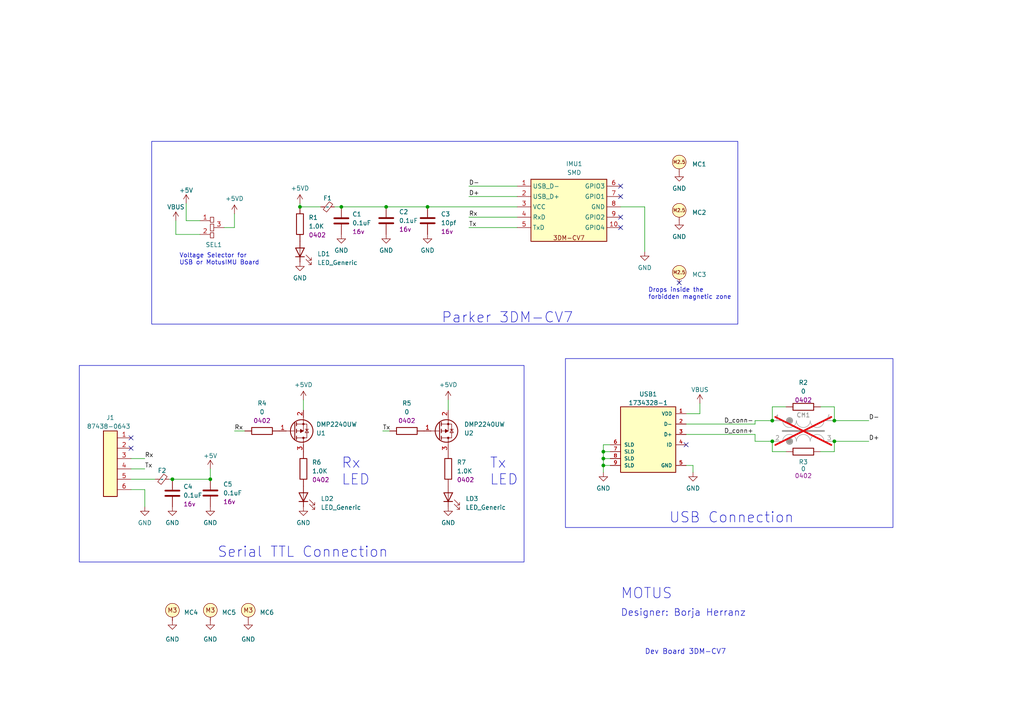
<source format=kicad_sch>
(kicad_sch (version 20230121) (generator eeschema)
  (paper "A4")
  (lib_symbols
    (symbol "DMP2240UW-7_1" (pin_names hide)
      (property "Reference" "U" (at 0 13 0))
      (property "Value" "DMP2240UW" (at 7 -6 0))
      (symbol "DMP2240UW-7_1_0_1"
        (circle (center -0.5 0) (radius 3.269) (stroke (width 0.254)))
        (circle (center 0 -2) (radius 0.2553) (fill (type outline)))
        (polyline (pts (xy -2.666 0) (xy -5 0)))
        (polyline (pts (xy -2.5 2.5) (xy -2.5 -2.5)) (stroke (width 0.254)))
        (polyline (pts (xy -2 -1.5) (xy -2 -2.5)) (stroke (width 0.254)))
        (polyline (pts (xy -2 0.5) (xy -2 -0.516)) (stroke (width 0.254)))
        (polyline (pts (xy -2 2.5) (xy -2 1.5)) (stroke (width 0.254)))
        (polyline (pts (xy 0 -4) (xy 0 -2)))
        (polyline (pts (xy 0 2) (xy 0 4)))
        (polyline (pts (xy 0 -2) (xy 0 0) (xy -2 0)))
        (polyline (pts (xy -2 2) (xy 1 2) (xy 1 -2) (xy -2 -2)))
        (polyline (pts (xy 0 0) (xy -0.866 0.5) (xy -0.866 -0.5) (xy 0 0)) (fill (type outline)))
        (polyline (pts (xy 1 -0.5) (xy 1.5 0.5) (xy 0.5 0.5) (xy 1 -0.5)))
        (polyline (pts (xy 1.5 -0.5) (xy 1.5 -0.5) (xy 0.5 -0.5) (xy 0.5 -0.5)))
        (circle (center 0 2) (radius 0.2553) (fill (type outline)))
      )
      (symbol "DMP2240UW-7_1_1_1"
        (pin passive line (at -7 0 0) (length 2) (name "G") (number "1"))
        (pin passive line (at 0 -6 90) (length 2) (name "S") (number "2"))
        (pin passive line (at 0 6 270) (length 2) (name "D") (number "3"))
      )
    )
    (symbol "Herranz - Capacitor (0402):Gen_C" (pin_numbers hide) (pin_names (offset 0) hide)
      (property "Reference" "C" (at 4 -7 0))
      (property "Value" "Gen_C" (at 6 -5 0))
      (property "Voltage" "Voltage" (at 7 -9 0))
      (symbol "Gen_C_0_1"
        (polyline (pts (xy -2 -6.75) (xy 2.064 -6.75)) (stroke (width 0.508)))
        (polyline (pts (xy -2 -5.25) (xy 2.064 -5.25)) (stroke (width 0.508)))
      )
      (symbol "Gen_C_1_1"
        (pin passive line (at 0 -2 270) (length 3) (name "~") (number "1"))
        (pin passive line (at 0 -10 90) (length 3) (name "~") (number "2"))
      )
    )
    (symbol "Herranz - Capacitor (0805):Gen_C" (pin_numbers hide) (pin_names (offset 0) hide)
      (property "Reference" "C" (at 4 -4 0))
      (property "Value" "Gen_C" (at 6 -2 0))
      (property "Voltage" "Voltage" (at 7 -6 0))
      (symbol "Gen_C_0_1"
        (polyline (pts (xy -2.032 -4.826) (xy 2.032 -4.826)) (stroke (width 0.508)))
        (polyline (pts (xy -2.032 -3.302) (xy 2.032 -3.302)) (stroke (width 0.508)))
      )
      (symbol "Gen_C_1_1"
        (pin passive line (at 0 0 270) (length 3) (name "~") (number "1"))
        (pin passive line (at 0 -8 90) (length 3) (name "~") (number "2"))
      )
    )
    (symbol "Herranz - Conn Molex:Molex_picoSPOX_87438-3.5A_1x6_P1.5mm_Horizontal" (pin_names hide)
      (property "Reference" "J" (at 0 0 0))
      (property "Value" "87438-0643 " (at 0 0 0))
      (symbol "Molex_picoSPOX_87438-3.5A_1x6_P1.5mm_Horizontal_1_1"
        (rectangle (start -2 -1) (end 2 -20) (stroke (width 0.254)) (fill (type background)))
        (pin passive line (at -6 -3 0) (length 4) (name "Pin_1") (number "1"))
        (pin passive line (at -6 -6 0) (length 4) (name "Pin_2") (number "2"))
        (pin passive line (at -6 -9 0) (length 4) (name "Pin_3") (number "3"))
        (pin passive line (at -6 -12 0) (length 4) (name "Pin_4") (number "4"))
        (pin passive line (at -6 -15 0) (length 4) (name "Pin_5") (number "5"))
        (pin passive line (at -6 -18 0) (length 4) (name "Pin_6") (number "6"))
      )
    )
    (symbol "Herranz - Fasterners:M2.5_2mm Insert" (pin_numbers hide) (pin_names hide) (in_bom no)
      (property "Reference" "MC" (at 0 -1 0))
      (symbol "M2.5_2mm Insert_0_0"
        (text "M2.5" (at 0 -4 0) (effects (font (size 1 1))))
      )
      (symbol "M2.5_2mm Insert_0_1"
        (circle (center 0 -4) (radius 2) (fill (type background)))
      )
      (symbol "M2.5_2mm Insert_1_1"
        (pin input line (at 0 -7 90) (length 1) (name "1") (number "1"))
      )
    )
    (symbol "Herranz - Ferrite:Gen_F" (pin_numbers hide) (pin_names (offset 0) hide)
      (property "Reference" "F" (at 0 3 0))
      (symbol "Gen_F_0_1"
        (polyline (pts (xy -1.5 0) (xy -0.75 0)))
        (polyline (pts (xy 0.5 1.5) (xy 1.5 0.75) (xy -0.25 -1.5) (xy -1.25 -0.75) (xy 0.5 1.5)))
      )
      (symbol "Gen_F_1_1"
        (pin passive line (at -2 0 0) (length 1) (name "1") (number "1"))
        (pin passive line (at 2 0 180) (length 1) (name "2") (number "2"))
      )
    )
    (symbol "Herranz - Filtering:CMC_CM0805D900R-10" (pin_names hide)
      (property "Reference" "CH" (at 0 0 0))
      (symbol "CMC_CM0805D900R-10_0_1"
        (arc (start -6 -2) (mid -4 -3.9801) (end -2 -2))
        (circle (center -4 -8) (radius 0.0001) (stroke (width 1)))
        (circle (center -4 -2) (radius 0.0001) (stroke (width 1)))
        (arc (start -2 -7.98) (mid -4 -5.9999) (end -6 -7.98))
        (arc (start -2 -2.02) (mid 0 -4.0001) (end 2 -2.02))
        (polyline (pts (xy -6 -5) (xy 6 -5)) (stroke (width 0.5)))
        (arc (start 2 -7.98) (mid 0 -5.9999) (end -2 -7.98))
        (arc (start 2 -2.02) (mid 4 -4.0001) (end 6 -2.02))
        (arc (start 6 -7.98) (mid 4 -5.9999) (end 2 -7.98))
      )
      (symbol "CMC_CM0805D900R-10_1_1"
        (pin input line (at -9 -2 0) (length 3) (name "1") (number "1"))
        (pin input line (at -9 -8 0) (length 3) (name "2") (number "2"))
        (pin input line (at 9 -8 180) (length 3) (name "3") (number "3"))
        (pin input line (at 9 -2 180) (length 3) (name "4") (number "4"))
      )
    )
    (symbol "Herranz - Gen Connectors:Mini-USB 1734328-1" (pin_names (offset 1.016))
      (property "Reference" "USB" (at -7.6208 8.1289 0))
      (property "Value" "1734328-1" (at -8 -13 0))
      (symbol "Mini-USB 1734328-1_0_0"
        (rectangle (start -8 8) (end 8 -11) (stroke (width 0.254)) (fill (type background)))
        (pin passive line (at -11 6 0) (length 3) (name "VDD") (number "1"))
        (pin passive line (at -11 3 0) (length 3) (name "D-") (number "2"))
        (pin passive line (at -11 0 0) (length 3) (name "D+") (number "3"))
        (pin passive line (at -11 -3 0) (length 3) (name "ID") (number "4"))
        (pin passive line (at -11 -9 0) (length 3) (name "GND") (number "5"))
        (pin passive line (at 11 -3 180) (length 3) (name "SLD") (number "6"))
        (pin passive line (at 11 -5 180) (length 3) (name "SLD") (number "7"))
        (pin passive line (at 11 -7 180) (length 3) (name "SLD") (number "8"))
        (pin passive line (at 11 -9 180) (length 3) (name "SLD") (number "9"))
      )
    )
    (symbol "Herranz - LED:LED_Generic" (pin_numbers hide) (pin_names hide)
      (property "Reference" "LD" (at 0 0 0))
      (property "Value" "LED_Generic" (at 0 0 0))
      (symbol "LED_Generic_0_1"
        (polyline (pts (xy 1.46 -5) (xy -1.08 -5)))
        (polyline (pts (xy 1.46 -3.73) (xy 1.46 -6.27)) (stroke (width 0.254)))
        (polyline (pts (xy -1.08 -3.73) (xy -1.08 -6.27) (xy 1.46 -5) (xy -1.08 -3.73)) (stroke (width 0.254)))
        (polyline (pts (xy 0.968 -3.238) (xy 2.492 -1.714) (xy 1.73 -1.714) (xy 2.492 -1.714) (xy 2.492 -2.476)))
        (polyline (pts (xy 2.238 -3.238) (xy 3.762 -1.714) (xy 3 -1.714) (xy 3.762 -1.714) (xy 3.762 -2.476)))
      )
      (symbol "LED_Generic_1_1"
        (pin passive line (at -3 -5 0) (length 2) (name "A") (number "1"))
        (pin passive line (at 3 -5 180) (length 2) (name "K") (number "2"))
      )
    )
    (symbol "Herranz - Resistors (0402):0" (pin_numbers hide) (pin_names hide)
      (property "Reference" "R" (at -2 1 0))
      (property "Value" "0" (at 0 -1 0))
      (property "Size" "0402" (at 0 -3 0))
      (symbol "0_0_1"
        (rectangle (start -3 0) (end 3 -2) (stroke (width 0.254)))
      )
      (symbol "0_1_1"
        (pin passive line (at -5 -1 0) (length 2) (name "~") (number "1"))
        (pin passive line (at 5 -1 180) (length 2) (name "~") (number "2"))
      )
    )
    (symbol "Herranz - Resistors (0402):1.0K" (pin_numbers hide) (pin_names hide)
      (property "Reference" "R" (at -2 1 0))
      (property "Value" "1.0K" (at 0 -1 0))
      (property "Size" "0402" (at 0 -3 0))
      (symbol "1.0K_0_1"
        (rectangle (start -3 0) (end 3 -2) (stroke (width 0.254)))
      )
      (symbol "1.0K_1_1"
        (pin passive line (at -5 -1 0) (length 2) (name "~") (number "1"))
        (pin passive line (at 5 -1 180) (length 2) (name "~") (number "2"))
      )
    )
    (symbol "Herranz - Transistor:DMP2240UW-7" (pin_names hide)
      (property "Reference" "U" (at 0 0 0))
      (property "Value" "DMP2240UW" (at 7 -19 0))
      (symbol "DMP2240UW-7_0_1"
        (circle (center -0.5 -13) (radius 3.269) (stroke (width 0.254)))
        (circle (center 0 -15) (radius 0.2553) (fill (type outline)))
        (circle (center 0 -11) (radius 0.2553) (fill (type outline)))
        (polyline (pts (xy -2.666 -13) (xy -5 -13)))
        (polyline (pts (xy -2.5 -10.5) (xy -2.5 -15.5)) (stroke (width 0.254)))
        (polyline (pts (xy -2 -14.5) (xy -2 -15.5)) (stroke (width 0.254)))
        (polyline (pts (xy -2 -12.5) (xy -2 -13.516)) (stroke (width 0.254)))
        (polyline (pts (xy -2 -10.5) (xy -2 -11.5)) (stroke (width 0.254)))
        (polyline (pts (xy 0 -17) (xy 0 -15)))
        (polyline (pts (xy 0 -11) (xy 0 -9)))
        (polyline (pts (xy 0 -15) (xy 0 -13) (xy -2 -13)))
        (polyline (pts (xy -2 -11) (xy 1 -11) (xy 1 -15) (xy -2 -15)))
        (polyline (pts (xy 0 -13) (xy -0.866 -12.5) (xy -0.866 -13.5) (xy 0 -13)) (fill (type outline)))
        (polyline (pts (xy 1 -13.5) (xy 1.5 -12.5) (xy 0.5 -12.5) (xy 1 -13.5)))
        (polyline (pts (xy 1.5 -13.5) (xy 1.5 -13.5) (xy 0.5 -13.5) (xy 0.5 -13.5)))
      )
      (symbol "DMP2240UW-7_1_1"
        (pin passive line (at -7 -13 0) (length 2) (name "G") (number "1"))
        (pin passive line (at 0 -19 90) (length 2) (name "S") (number "2"))
        (pin passive line (at 0 -7 270) (length 2) (name "D") (number "3"))
      )
    )
    (symbol "Herranz - Various:3DM-CV7-AR (SMD)"
      (property "Reference" "IMU" (at 0 0 0))
      (property "Value" "SMD" (at 0 0 0))
      (symbol "3DM-CV7-AR (SMD)_0_0"
        (text "" (at 14 -10 0) (effects (font (size 1.27 1.27))))
        (text "3DM-CV7" (at 0 -19 0) (effects (font (size 1.27 1.27))))
      )
      (symbol "3DM-CV7-AR (SMD)_1_1"
        (rectangle (start -11 -2) (end 11 -20) (stroke (width 0.254)) (fill (type background)))
        (pin passive line (at -15 -4 0) (length 4) (name "USB_D-") (number "1"))
        (pin passive line (at 15 -16 180) (length 4) (name "GPIO4") (number "10"))
        (pin passive line (at -15 -7 0) (length 4) (name "USB_D+") (number "2"))
        (pin passive line (at -15 -10 0) (length 4) (name "VCC") (number "3"))
        (pin passive line (at -15 -13 0) (length 4) (name "RxD") (number "4"))
        (pin passive line (at -15 -16 0) (length 4) (name "TxD") (number "5"))
        (pin passive line (at 15 -4 180) (length 4) (name "GPIO3") (number "6"))
        (pin passive line (at 15 -7 180) (length 4) (name "GPIO1") (number "7"))
        (pin passive line (at 15 -10 180) (length 4) (name "GND") (number "8"))
        (pin passive line (at 15 -13 180) (length 4) (name "GPIO2") (number "9"))
      )
    )
    (symbol "Herranz - Various:M3_Hole" (pin_numbers hide) (pin_names hide) (in_bom no)
      (property "Reference" "MC" (at 0 -1 0))
      (symbol "M3_Hole_0_0"
        (text "M3" (at 0 -4 0) (effects (font (size 1.27 1.27))))
      )
      (symbol "M3_Hole_0_1"
        (circle (center 0 -4) (radius 2) (fill (type background)))
      )
      (symbol "M3_Hole_1_1"
        (pin input line (at 0 -7 90) (length 1) (name "1") (number "1"))
      )
    )
    (symbol "Herranz - Various:SEL_PAD" (pin_names hide)
      (property "Reference" "SEL" (at 1 -5 0))
      (symbol "SEL_PAD_0_1"
        (rectangle (start 0 -1.5) (end 1 -3))
        (rectangle (start 0 1) (end 1 -1))
        (rectangle (start 0 3) (end 1 1.5))
      )
      (symbol "SEL_PAD_1_1"
        (pin input line (at -3 2 0) (length 3) (name "1") (number "1"))
        (pin input line (at -3 -2 0) (length 3) (name "2") (number "2"))
        (pin input line (at 4 0 180) (length 3) (name "3") (number "3"))
      )
    )
    (symbol "power:+5V" (power) (pin_names (offset 0))
      (property "Value" "+5V" (at 0 3.556 0))
      (symbol "+5V_0_1"
        (polyline (pts (xy -0.762 1.27) (xy 0 2.54)))
        (polyline (pts (xy 0 0) (xy 0 2.54)))
        (polyline (pts (xy 0 2.54) (xy 0.762 1.27)))
      )
      (symbol "+5V_1_1"
        (pin power_in line (at 0 0 90) (length 0) hide (name "+5V") (number "1"))
      )
    )
    (symbol "power:+5VD" (power) (pin_names (offset 0))
      (property "Value" "+5VD" (at 0 3.556 0))
      (symbol "+5VD_0_1"
        (polyline (pts (xy -0.762 1.27) (xy 0 2.54)))
        (polyline (pts (xy 0 0) (xy 0 2.54)))
        (polyline (pts (xy 0 2.54) (xy 0.762 1.27)))
      )
      (symbol "+5VD_1_1"
        (pin power_in line (at 0 0 90) (length 0) hide (name "+5VD") (number "1"))
      )
    )
    (symbol "power:GND" (power) (pin_names (offset 0))
      (property "Value" "GND" (at 0 -3.81 0))
      (symbol "GND_0_1"
        (polyline (pts (xy 0 0) (xy 0 -1.27) (xy 1.27 -1.27) (xy 0 -2.54) (xy -1.27 -1.27) (xy 0 -1.27)))
      )
      (symbol "GND_1_1"
        (pin power_in line (at 0 0 270) (length 0) hide (name "GND") (number "1"))
      )
    )
    (symbol "power:VBUS" (power) (pin_names (offset 0))
      (property "Value" "VBUS" (at 0 3.81 0))
      (symbol "VBUS_0_1"
        (polyline (pts (xy -0.762 1.27) (xy 0 2.54)))
        (polyline (pts (xy 0 0) (xy 0 2.54)))
        (polyline (pts (xy 0 2.54) (xy 0.762 1.27)))
      )
      (symbol "VBUS_1_1"
        (pin power_in line (at 0 0 90) (length 0) hide (name "VBUS") (number "1"))
      )
    )
  )
  (junction (at 242 122))
  (junction (at 99 60))
  (junction (at 175 133))
  (junction (at 242 128))
  (junction (at 175 131))
  (junction (at 224 122))
  (junction (at 50 139))
  (junction (at 124 60))
  (junction (at 112 60))
  (junction (at 175 135))
  (junction (at 87 60))
  (junction (at 61 139))
  (junction (at 224 128))
  (no_connect (at 180 54))
  (no_connect (at 38 127))
  (no_connect (at 180 57))
  (no_connect (at 197 82))
  (no_connect (at 180 63))
  (no_connect (at 199 129))
  (no_connect (at 180 66))
  (no_connect (at 38 130))
  (wire (pts (xy 124 60) (xy 112 60)))
  (wire (pts (xy 51 68) (xy 51 64)))
  (wire (pts (xy 136 66) (xy 150 66)))
  (wire (pts (xy 50 139) (xy 61 139)))
  (wire (pts (xy 238 131) (xy 242 131)))
  (wire (pts (xy 42 147) (xy 42 142)))
  (wire (pts (xy 175 133) (xy 175 135)))
  (wire (pts (xy 175 135) (xy 175 137)))
  (wire (pts (xy 228 131) (xy 224 131)))
  (wire (pts (xy 177 129) (xy 175 129)))
  (wire (pts (xy 219 122) (xy 219 123)))
  (wire (pts (xy 242 128) (xy 252 128)))
  (wire (pts (xy 242 131) (xy 242 128)))
  (wire (pts (xy 199 120) (xy 203 120)))
  (wire (pts (xy 136 63) (xy 150 63)))
  (wire (pts (xy 54 64) (xy 54 59)))
  (wire (pts (xy 42 142) (xy 38 142)))
  (wire (pts (xy 219 122) (xy 224 122)))
  (wire (pts (xy 130 116) (xy 130 119)))
  (wire (pts (xy 199 123) (xy 219 123)))
  (wire (pts (xy 49 139) (xy 50 139)))
  (wire (pts (xy 175 129) (xy 175 131)))
  (wire (pts (xy 238 118) (xy 242 118)))
  (wire (pts (xy 87 60) (xy 93 60)))
  (wire (pts (xy 219 126) (xy 219 128)))
  (wire (pts (xy 175 131) (xy 175 133)))
  (wire (pts (xy 68 66) (xy 68 62)))
  (wire (pts (xy 175 131) (xy 177 131)))
  (wire (pts (xy 199 126) (xy 219 126)))
  (wire (pts (xy 242 122) (xy 252 122)))
  (wire (pts (xy 88 116) (xy 88 119)))
  (wire (pts (xy 224 118) (xy 224 122)))
  (wire (pts (xy 224 131) (xy 224 128)))
  (wire (pts (xy 65 66) (xy 68 66)))
  (wire (pts (xy 136 54) (xy 150 54)))
  (wire (pts (xy 203 120) (xy 203 117)))
  (wire (pts (xy 242 118) (xy 242 122)))
  (wire (pts (xy 38 133) (xy 42 133)))
  (wire (pts (xy 38 136) (xy 42 136)))
  (wire (pts (xy 61 139) (xy 61 136)))
  (wire (pts (xy 175 133) (xy 177 133)))
  (wire (pts (xy 58 64) (xy 54 64)))
  (wire (pts (xy 136 57) (xy 150 57)))
  (wire (pts (xy 99 60) (xy 112 60)))
  (wire (pts (xy 228 118) (xy 224 118)))
  (wire (pts (xy 219 128) (xy 224 128)))
  (wire (pts (xy 68 125) (xy 71 125)))
  (wire (pts (xy 97 60) (xy 99 60)))
  (wire (pts (xy 201 135) (xy 201 137)))
  (wire (pts (xy 58 68) (xy 51 68)))
  (wire (pts (xy 111 125) (xy 113 125)))
  (wire (pts (xy 38 139) (xy 45 139)))
  (wire (pts (xy 87 59) (xy 87 60)))
  (wire (pts (xy 199 135) (xy 201 135)))
  (wire (pts (xy 180 60) (xy 187 60)))
  (wire (pts (xy 124 60) (xy 150 60)))
  (wire (pts (xy 177 135) (xy 175 135)))
  (wire (pts (xy 187 60) (xy 187 73)))
  (rectangle (start 44 41) (end 214 94))
  (rectangle (start 164 104) (end 259 153))
  (rectangle (start 23 106) (end 152 163))
  (text "USB Connection" (at 194 152 0) (effects (font (size 3 3)) (justify left bottom)))
  (text "Serial TTL Connection" (at 63 162 0) (effects (font (size 3 3)) (justify left bottom)))
  (text "Designer: Borja Herranz" (at 180 179 0) (effects (font (size 2 2)) (justify left bottom)))
  (text "Drops inside the \nforbidden magnetic zone\n" (at 188 87 0) (effects (font (size 1.27 1.27)) (justify left bottom)))
  (text "Parker 3DM-CV7" (at 128 94 0) (effects (font (size 3 3)) (justify left bottom)))
  (text "MOTUS " (at 180 174 0) (effects (font (size 3 3)) (justify left bottom)))
  (text "Dev Board 3DM-CV7" (at 187 190 0) (effects (font (size 1.5 1.5)) (justify left bottom)))
  (text "Tx\nLED" (at 142 141 0) (effects (font (size 3 3)) (justify left bottom)))
  (text "Rx \nLED" (at 99 141 0) (effects (font (size 3 3)) (justify left bottom)))
  (text "Voltage Selector for \nUSB or MotusIMU Board" (at 52 77 0) (effects (font (size 1.27 1.27)) (justify left bottom)))
  (label "D-" (at 252 122 0))
  (label "D+" (at 136 57 0))
  (label "Rx" (at 136 63 0))
  (label "Tx" (at 136 66 0))
  (label "Tx" (at 42 136 0))
  (label "D-" (at 136 54 0))
  (label "Tx" (at 111 125 0))
  (label "Rx" (at 42 133 0))
  (label "D_conn-" (at 210 123 0))
  (label "D_conn+" (at 210 126 0))
  (label "Rx" (at 68 125 0))
  (label "D+" (at 252 128 0))
  (symbol (lib_id "power:GND") (at 61 147 0) (unit 1)
    (property "Reference" "#PWR016" (effects hide))
    (property "Value" "GND" (at 61 151.63 0))
  )
  (symbol (lib_id "Herranz - Various:3DM-CV7-AR (SMD)") (at 165 50 0) (unit 1)
    (property "Reference" "IMU1" (at 166.5357 47.52 0))
    (property "Value" "SMD" (at 166.5357 50.06 0))
    (property "Footprint" "Herranz - Various:3DM-CV7" (effects hide))
  )
  (symbol (lib_id "power:GND") (at 197 50 0) (unit 1)
    (property "Reference" "#PWR01" (effects hide))
    (property "Value" "GND" (at 197 54.65 0))
  )
  (symbol (lib_id "Herranz - Resistors (0402):0") (at 76 124 0) (unit 1)
    (property "Reference" "R4" (at 76 116.95 0))
    (property "Value" "0" (at 76 119.49 0))
    (property "Footprint" "Resistor_SMD:R_0402_1005Metric" (effects hide))
    (property "Size" "0402" (at 76 122.03 0))
  )
  (symbol (lib_id "power:+5VD") (at 68 62 0) (unit 1)
    (property "Reference" "#PWR021" (effects hide))
    (property "Value" "+5VD" (at 68 57.61 0))
  )
  (symbol (lib_id "Herranz - Transistor:DMP2240UW-7") (at 88 138 0) (mirror x) (unit 1)
    (property "Reference" "U1" (at 91.72 125.635 0) (effects (justify left)))
    (property "Value" "DMP2240UW" (at 91.72 123.095 0) (effects (justify left)))
    (property "Footprint" "Package_TO_SOT_SMD:SOT-323_SC-70" (effects hide))
  )
  (symbol (lib_id "power:VBUS") (at 51 64 0) (unit 1)
    (property "Reference" "#PWR023" (effects hide))
    (property "Value" "VBUS" (at 51 60.04 0))
  )
  (symbol (lib_id "power:GND") (at 50 180 0) (unit 1)
    (property "Reference" "#PWR024" (effects hide))
    (property "Value" "GND" (at 50 185.42 0))
  )
  (symbol (lib_id "power:GND") (at 201 137 0) (unit 1)
    (property "Reference" "#PWR012" (effects hide))
    (property "Value" "GND" (at 201 141.63 0))
  )
  (symbol (lib_id "power:+5V") (at 61 136 0) (unit 1)
    (property "Reference" "#PWR014" (effects hide))
    (property "Value" "+5V" (at 61 132.21 0))
  )
  (symbol (lib_id "Herranz - Conn Molex:Molex_picoSPOX_87438-3.5A_1x6_P1.5mm_Horizontal") (at 32 124 0) (mirror y) (unit 1)
    (property "Reference" "J1" (at 32 121.13 0))
    (property "Value" "87438-0643 " (at 32 123.67 0))
    (property "Footprint" "Herranz - Conn Molex:Molex_picoSPOX_87438-3.5A_1x6_P1.5mm_Horizontal" (effects hide))
    (property "MPN" "87438-0643 " (effects hide))
  )
  (symbol (lib_id "power:GND") (at 87 76 0) (unit 1)
    (property "Reference" "#PWR09" (effects hide))
    (property "Value" "GND" (at 87 80.63 0))
  )
  (symbol (lib_id "Herranz - Fasterners:M2.5_2mm Insert") (at 197 43 0) (unit 1) (in_bom no)
    (property "Reference" "MC1" (at 200.74 47.635 0) (effects (justify left)))
    (property "Value" "M2.5_2mm_Insert" (effects hide))
    (property "Footprint" "Herranz - Fasteners:SMTSOB-M25-2ET" (effects hide))
  )
  (symbol (lib_name "DMP2240UW-7_1") (lib_id "Herranz - Transistor:DMP2240UW-7") (at 130 125 0) (mirror x) (unit 1)
    (property "Reference" "U2" (at 134.62 125.635 0) (effects (justify left)))
    (property "Value" "DMP2240UW" (at 134.62 123.095 0) (effects (justify left)))
    (property "Footprint" "Package_TO_SOT_SMD:SOT-323_SC-70" (effects hide))
  )
  (symbol (lib_id "Herranz - Capacitor (0805):Gen_C") (at 99 60 0) (unit 1)
    (property "Reference" "C1" (at 102.17 62.135 0) (effects (justify left)))
    (property "Value" "0.1uF" (at 102.17 64.675 0) (effects (justify left)))
    (property "Footprint" "Capacitor_SMD:C_0805_2012Metric" (effects hide))
    (property "Voltage" "16v" (at 102.17 67.215 0) (effects (justify left)))
  )
  (symbol (lib_id "Herranz - LED:LED_Generic") (at 135 144 270) (unit 1)
    (property "Reference" "LD3" (at 135.04 144.6425 90) (effects (justify left)))
    (property "Value" "LED_Generic" (at 135.04 147.1825 90) (effects (justify left)))
    (property "Footprint" "LED_SMD:LED_0402_1005Metric_Pad0.77x0.64mm_HandSolder" (effects hide))
  )
  (symbol (lib_id "Herranz - Various:M3_Hole") (at 61 173 0) (unit 1) (in_bom no)
    (property "Reference" "MC5" (at 64.34 177.635 0) (effects (justify left)))
    (property "Value" "M3_Hole" (effects hide))
    (property "Footprint" "Herranz - Various:M3_Hole" (effects hide))
  )
  (symbol (lib_id "Herranz - Various:M3_Hole") (at 72 173 0) (unit 1) (in_bom no)
    (property "Reference" "MC6" (at 75.34 177.635 0) (effects (justify left)))
    (property "Value" "M3_Hole" (effects hide))
    (property "Footprint" "Herranz - Various:M3_Hole" (effects hide))
  )
  (symbol (lib_id "power:GND") (at 130 147 0) (unit 1)
    (property "Reference" "#PWR020" (effects hide))
    (property "Value" "GND" (at 130 151.63 0))
  )
  (symbol (lib_id "power:+5VD") (at 87 59 0) (unit 1)
    (property "Reference" "#PWR05" (effects hide))
    (property "Value" "+5VD" (at 87 54.61 0))
  )
  (symbol (lib_id "Herranz - Resistors (0402):0") (at 118 124 0) (unit 1)
    (property "Reference" "R5" (at 118 116.95 0))
    (property "Value" "0" (at 118 119.49 0))
    (property "Footprint" "Resistor_SMD:R_0402_1005Metric" (effects hide))
    (property "Size" "0402" (at 118 122.03 0))
  )
  (symbol (lib_id "Herranz - Ferrite:Gen_F") (at 95 60 0) (unit 1)
    (property "Reference" "F1" (at 95 57.48 0))
    (property "Value" "~" (at 95 60 0))
    (property "Footprint" "Inductor_SMD:L_0402_1005Metric_Pad0.77x0.64mm_HandSolder" (effects hide))
  )
  (symbol (lib_id "power:GND") (at 112 68 0) (unit 1)
    (property "Reference" "#PWR07" (effects hide))
    (property "Value" "GND" (at 112 72.63 0))
  )
  (symbol (lib_id "Herranz - Fasterners:M2.5_2mm Insert") (at 197 75 0) (unit 1) (in_bom no)
    (property "Reference" "MC3" (at 200.74 79.635 0) (effects (justify left)))
    (property "Value" "M2.5_2mm_Insert" (effects hide))
    (property "Footprint" "Herranz - Fasteners:SMTSOB-M25-2ET" (effects hide))
  )
  (symbol (lib_id "power:GND") (at 72 180 0) (unit 1)
    (property "Reference" "#PWR026" (effects hide))
    (property "Value" "GND" (at 72 185.42 0))
  )
  (symbol (lib_id "power:+5VD") (at 88 116 0) (unit 1)
    (property "Reference" "#PWR017" (effects hide))
    (property "Value" "+5VD" (at 88 111.61 0))
  )
  (symbol (lib_id "Herranz - Resistors (0402):1.0K") (at 87 136 90) (unit 1)
    (property "Reference" "R6" (at 90.5 134.095 90) (effects (justify right)))
    (property "Value" "1.0K" (at 90.5 136.635 90) (effects (justify right)))
    (property "Footprint" "Resistor_SMD:R_0402_1005Metric" (effects hide))
    (property "Size" "0402" (at 90.5 139.175 90) (effects (justify right)))
  )
  (symbol (lib_id "power:GND") (at 50 147 0) (unit 1)
    (property "Reference" "#PWR015" (effects hide))
    (property "Value" "GND" (at 50 151.63 0))
  )
  (symbol (lib_id "Herranz - LED:LED_Generic") (at 92 73 270) (unit 1)
    (property "Reference" "LD1" (at 92.04 73.6425 90) (effects (justify left)))
    (property "Value" "LED_Generic" (at 92.04 76.1825 90) (effects (justify left)))
    (property "Footprint" "LED_SMD:LED_0402_1005Metric_Pad0.77x0.64mm_HandSolder" (effects hide))
  )
  (symbol (lib_id "Herranz - Resistors (0402):1.0K") (at 129 136 90) (unit 1)
    (property "Reference" "R7" (at 132.5 134.095 90) (effects (justify right)))
    (property "Value" "1.0K" (at 132.5 136.635 90) (effects (justify right)))
    (property "Footprint" "Resistor_SMD:R_0402_1005Metric" (effects hide))
    (property "Size" "0402" (at 132.5 139.175 90) (effects (justify right)))
  )
  (symbol (lib_id "Herranz - Resistors (0402):0") (at 233 130 0) (unit 1)
    (property "Reference" "R3" (at 233 134 0))
    (property "Value" "0" (at 233 136 0))
    (property "Footprint" "Resistor_SMD:R_0402_1005Metric" (effects hide))
    (property "Size" "0402" (at 233 138 0))
  )
  (symbol (lib_id "Herranz - Capacitor (0402):Gen_C") (at 124 58 0) (unit 1)
    (property "Reference" "C3" (at 127.87 62.095 0) (effects (justify left)))
    (property "Value" "10pf" (at 127.87 64.635 0) (effects (justify left)))
    (property "Footprint" "Capacitor_SMD:C_0402_1005Metric" (effects hide))
    (property "Voltage" "16v" (at 127.87 67.175 0) (effects (justify left)))
  )
  (symbol (lib_id "Herranz - Capacitor (0402):Gen_C") (at 112 58 0) (unit 1)
    (property "Reference" "C2" (at 115.72 61.46 0) (effects (justify left)))
    (property "Value" "0.1uF" (at 115.72 64 0) (effects (justify left)))
    (property "Footprint" "Capacitor_SMD:C_0402_1005Metric" (effects hide))
    (property "Voltage" "16v" (at 115.72 66.54 0) (effects (justify left)))
  )
  (symbol (lib_id "power:GND") (at 197 64 0) (unit 1)
    (property "Reference" "#PWR02" (effects hide))
    (property "Value" "GND" (at 197 68.65 0))
  )
  (symbol (lib_id "power:+5V") (at 54 59 0) (unit 1)
    (property "Reference" "#PWR022" (effects hide))
    (property "Value" "+5V" (at 54 55.21 0))
  )
  (symbol (lib_id "Herranz - Capacitor (0402):Gen_C") (at 61 137 0) (unit 1)
    (property "Reference" "C5" (at 64.72 140.46 0) (effects (justify left)))
    (property "Value" "0.1uF" (at 64.72 143 0) (effects (justify left)))
    (property "Footprint" "Capacitor_SMD:C_0402_1005Metric" (effects hide))
    (property "Voltage" "16v" (at 64.72 145.54 0) (effects (justify left)))
  )
  (symbol (lib_id "power:GND") (at 187 73 0) (unit 1)
    (property "Reference" "#PWR04" (effects hide))
    (property "Value" "GND" (at 187 77.65 0))
  )
  (symbol (lib_id "power:GND") (at 42 147 0) (unit 1)
    (property "Reference" "#PWR013" (effects hide))
    (property "Value" "GND" (at 42 151.65 0))
  )
  (symbol (lib_id "Herranz - LED:LED_Generic") (at 93 144 270) (unit 1)
    (property "Reference" "LD2" (at 93.04 144.6425 90) (effects (justify left)))
    (property "Value" "LED_Generic" (at 93.04 147.1825 90) (effects (justify left)))
    (property "Footprint" "LED_SMD:LED_0402_1005Metric_Pad0.77x0.64mm_HandSolder" (effects hide))
  )
  (symbol (lib_id "Herranz - Capacitor (0805):Gen_C") (at 50 139 0) (unit 1)
    (property "Reference" "C4" (at 53.17 141.135 0) (effects (justify left)))
    (property "Value" "0.1uF" (at 53.17 143.675 0) (effects (justify left)))
    (property "Footprint" "Capacitor_SMD:C_0805_2012Metric" (effects hide))
    (property "Voltage" "16v" (at 53.17 146.215 0) (effects (justify left)))
  )
  (symbol (lib_id "Herranz - Filtering:CMC_CM0805D900R-10") (at 233 120 0) (unit 1) (dnp yes)
    (property "Reference" "CH1" (at 233 120.39 0))
    (property "Value" "~" (at 233 120 0))
    (property "Footprint" "Herranz - Filtering:XFMR_CM0805D900R-10" (effects hide))
  )
  (symbol (lib_id "power:GND") (at 99 68 0) (unit 1)
    (property "Reference" "#PWR06" (effects hide))
    (property "Value" "GND" (at 99 72.63 0))
  )
  (symbol (lib_id "Herranz - Gen Connectors:Mini-USB 1734328-1") (at 188 126 0) (mirror y) (unit 1)
    (property "Reference" "USB1" (at 188 114.31 0))
    (property "Value" "1734328-1" (at 188 116.85 0))
    (property "Footprint" "Herranz - Conn General:TE_1734328-1" (effects hide))
  )
  (symbol (lib_id "Herranz - Fasterners:M2.5_2mm Insert") (at 197 57 0) (unit 1) (in_bom no)
    (property "Reference" "MC2" (at 200.74 61.635 0) (effects (justify left)))
    (property "Value" "M2.5_2mm_Insert" (effects hide))
    (property "Footprint" "Herranz - Fasteners:SMTSOB-M25-2ET" (effects hide))
  )
  (symbol (lib_id "power:VBUS") (at 203 117 0) (unit 1)
    (property "Reference" "#PWR010" (effects hide))
    (property "Value" "VBUS" (at 203 113.04 0))
  )
  (symbol (lib_id "Herranz - Various:SEL_PAD") (at 61 66 0) (unit 1)
    (property "Reference" "SEL1" (at 62 71 0))
    (property "Footprint" "Herranz - Various:pad_selector" (effects hide))
  )
  (symbol (lib_id "power:GND") (at 61 180 0) (unit 1)
    (property "Reference" "#PWR025" (effects hide))
    (property "Value" "GND" (at 61 185.42 0))
  )
  (symbol (lib_id "Herranz - Ferrite:Gen_F") (at 47 139 0) (unit 1)
    (property "Reference" "F2" (at 47 136.48 0))
    (property "Value" "~" (at 47 139 0))
    (property "Footprint" "Inductor_SMD:L_0402_1005Metric_Pad0.77x0.64mm_HandSolder" (effects hide))
  )
  (symbol (lib_id "Herranz - Various:M3_Hole") (at 50 173 0) (unit 1) (in_bom no)
    (property "Reference" "MC4" (at 53.34 177.635 0) (effects (justify left)))
    (property "Value" "M3_Hole" (effects hide))
    (property "Footprint" "Herranz - Various:M3_Hole" (effects hide))
  )
  (symbol (lib_id "power:GND") (at 124 68 0) (unit 1)
    (property "Reference" "#PWR08" (effects hide))
    (property "Value" "GND" (at 124 72.63 0))
  )
  (symbol (lib_id "power:GND") (at 88 147 0) (unit 1)
    (property "Reference" "#PWR019" (effects hide))
    (property "Value" "GND" (at 88 151.63 0))
  )
  (symbol (lib_id "power:GND") (at 175 137 0) (unit 1)
    (property "Reference" "#PWR011" (effects hide))
    (property "Value" "GND" (at 175 141.63 0))
  )
  (symbol (lib_id "power:+5VD") (at 130 116 0) (unit 1)
    (property "Reference" "#PWR018" (effects hide))
    (property "Value" "+5VD" (at 130 111.61 0))
  )
  (symbol (lib_id "Herranz - Resistors (0402):0") (at 233 117 0) (unit 1)
    (property "Reference" "R2" (at 233 110.96 0))
    (property "Value" "0" (at 233 113.5 0))
    (property "Footprint" "Resistor_SMD:R_0402_1005Metric" (effects hide))
    (property "Size" "0402" (at 233 116.04 0))
  )
  (symbol (lib_id "Herranz - Resistors (0402):1.0K") (at 86 65 90) (unit 1)
    (property "Reference" "R1" (at 89.5 63.095 90) (effects (justify right)))
    (property "Value" "1.0K" (at 89.5 65.635 90) (effects (justify right)))
    (property "Footprint" "Resistor_SMD:R_0402_1005Metric" (effects hide))
    (property "Size" "0402" (at 89.5 68.175 90) (effects (justify right)))
  )
)
</source>
